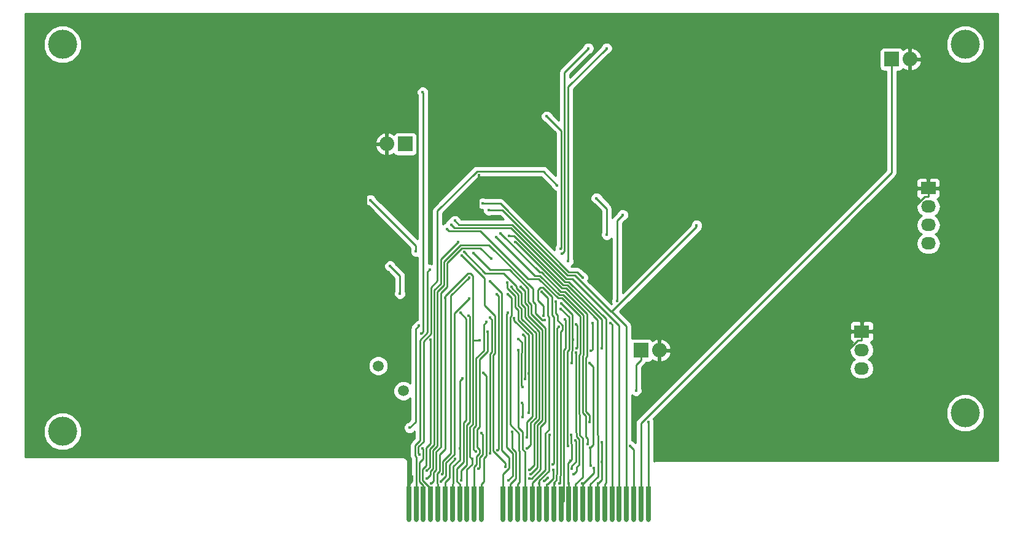
<source format=gbl>
G04 #@! TF.FileFunction,Copper,L2,Bot,Signal*
%FSLAX46Y46*%
G04 Gerber Fmt 4.6, Leading zero omitted, Abs format (unit mm)*
G04 Created by KiCad (PCBNEW 4.0.2+dfsg1-stable) date Sun 02 Jun 2019 14:52:45 CEST*
%MOMM*%
G01*
G04 APERTURE LIST*
%ADD10C,0.100000*%
%ADD11C,0.650000*%
%ADD12O,0.650000X0.650000*%
%ADD13R,0.650000X4.600000*%
%ADD14C,1.500000*%
%ADD15C,4.000000*%
%ADD16R,2.032000X1.727200*%
%ADD17O,2.032000X1.727200*%
%ADD18R,2.032000X2.032000*%
%ADD19O,2.032000X2.032000*%
%ADD20C,0.400000*%
%ADD21C,0.250000*%
%ADD22C,0.254000*%
G04 APERTURE END LIST*
D10*
D11*
X131572000Y-124466000D03*
D12*
X151572000Y-124466000D03*
D13*
X151572000Y-122166000D03*
X131572000Y-122166000D03*
X132572000Y-122166000D03*
X133572000Y-122166000D03*
X134572000Y-122166000D03*
X135572000Y-122166000D03*
X136572000Y-122166000D03*
X137572000Y-122166000D03*
X138572000Y-122166000D03*
X139572000Y-122166000D03*
X140572000Y-122166000D03*
X141572000Y-122166000D03*
X146572000Y-122166000D03*
X147572000Y-122166000D03*
X148572000Y-122166000D03*
X149572000Y-122166000D03*
X150572000Y-122166000D03*
X144572000Y-122166000D03*
X145572000Y-122166000D03*
D12*
X134572000Y-124466000D03*
X135572000Y-124466000D03*
X136572000Y-124466000D03*
X137572000Y-124466000D03*
X138572000Y-124466000D03*
X139572000Y-124466000D03*
X140572000Y-124466000D03*
X146572000Y-124466000D03*
X147572000Y-124466000D03*
X133572000Y-124466000D03*
X145572000Y-124466000D03*
X148572000Y-124466000D03*
X141572000Y-124466000D03*
X144572000Y-124466000D03*
X149572000Y-124466000D03*
X150572000Y-124466000D03*
X132572000Y-124466000D03*
D13*
X152572000Y-122166000D03*
X153572000Y-122166000D03*
X154572000Y-122166000D03*
X155572000Y-122166000D03*
X156572000Y-122166000D03*
X157572000Y-122166000D03*
X158572000Y-122166000D03*
X159572000Y-122166000D03*
X160572000Y-122166000D03*
X161572000Y-122166000D03*
X162572000Y-122166000D03*
X163572000Y-122166000D03*
X164572000Y-122166000D03*
D12*
X152572000Y-124466000D03*
X153572000Y-124466000D03*
X154572000Y-124466000D03*
X155572000Y-124466000D03*
X156572000Y-124466000D03*
X157572000Y-124466000D03*
X158572000Y-124466000D03*
X159572000Y-124466000D03*
X160572000Y-124466000D03*
X161572000Y-124466000D03*
X162572000Y-124466000D03*
X163572000Y-124466000D03*
X164572000Y-124466000D03*
D14*
X130810000Y-106680000D03*
X127359319Y-103229319D03*
D15*
X208280000Y-58928000D03*
X83820000Y-112268000D03*
X208280000Y-109728000D03*
X83820000Y-58928000D03*
D16*
X203200000Y-78740000D03*
D17*
X203200000Y-81280000D03*
X203200000Y-83820000D03*
X203200000Y-86360000D03*
D18*
X198120000Y-60960000D03*
D19*
X200660000Y-60960000D03*
D16*
X194000000Y-98500000D03*
D17*
X194000000Y-101040000D03*
X194000000Y-103580000D03*
D18*
X163576000Y-101092000D03*
D19*
X166116000Y-101092000D03*
D18*
X131064000Y-72644000D03*
D19*
X128524000Y-72644000D03*
D20*
X157660400Y-119452300D03*
X191463800Y-103185000D03*
X145842000Y-112360700D03*
X141292500Y-99698800D03*
X142515600Y-82877400D03*
X141215000Y-76931100D03*
X153957500Y-112720900D03*
X153866100Y-116268500D03*
X150949700Y-112720900D03*
X140270700Y-116083900D03*
X149572000Y-119444500D03*
X158156100Y-113752400D03*
X158212300Y-116496700D03*
X131987000Y-118525600D03*
X153572000Y-119434800D03*
X128787800Y-66764500D03*
X125684500Y-81820000D03*
X136548200Y-93869400D03*
X142754100Y-91583300D03*
X140476400Y-87719900D03*
X148174000Y-118757200D03*
X151461200Y-117586500D03*
X149884200Y-93049900D03*
X151841200Y-94362900D03*
X152354900Y-119455200D03*
X145194700Y-93328400D03*
X134426800Y-89990800D03*
X138693300Y-95904700D03*
X146691400Y-99516900D03*
X147252500Y-106135200D03*
X164572000Y-110935200D03*
X156469900Y-110935200D03*
X144223100Y-84957700D03*
X162100800Y-114277700D03*
X156204800Y-113980100D03*
X143632200Y-85483000D03*
X137914900Y-83236700D03*
X137389500Y-83762700D03*
X146217100Y-86198000D03*
X136795300Y-84351000D03*
X141716600Y-80854400D03*
X155535400Y-91044000D03*
X153104900Y-96814400D03*
X148174100Y-117556400D03*
X139167800Y-87518600D03*
X146996900Y-92339900D03*
X148363500Y-118156800D03*
X150691900Y-118704700D03*
X150208300Y-119118900D03*
X156915300Y-97328500D03*
X156682000Y-101179400D03*
X154594800Y-101414700D03*
X154293600Y-118171800D03*
X147849800Y-114615000D03*
X145711000Y-92304200D03*
X145135200Y-91728400D03*
X147810300Y-113114000D03*
X141541800Y-112491300D03*
X141157000Y-117395700D03*
X143718700Y-93375200D03*
X143788500Y-114827700D03*
X139870200Y-91058000D03*
X136173300Y-118186800D03*
X134633500Y-119399300D03*
X142915600Y-88461800D03*
X138342600Y-86128000D03*
X134002300Y-117696600D03*
X142454000Y-98554200D03*
X147201400Y-108379800D03*
X147243700Y-110273900D03*
X154491700Y-113526100D03*
X154046600Y-117442200D03*
X144861500Y-117118000D03*
X138835800Y-88050700D03*
X146098700Y-96688100D03*
X148089700Y-109668000D03*
X148094400Y-104315000D03*
X151388700Y-116785400D03*
X150155600Y-96310900D03*
X145183200Y-95908600D03*
X145287800Y-118983900D03*
X140796100Y-115031700D03*
X142250100Y-97201200D03*
X142751700Y-96611300D03*
X142747400Y-115272700D03*
X138774100Y-118981000D03*
X139813700Y-96285000D03*
X139843300Y-93934100D03*
X136030200Y-119218800D03*
X150301000Y-96930200D03*
X134061900Y-118739100D03*
X153521000Y-114243700D03*
X152488900Y-95371200D03*
X158152600Y-100770800D03*
X145383500Y-85321400D03*
X147592100Y-105039000D03*
X147292900Y-98920800D03*
X162890400Y-106638300D03*
X131673500Y-111767800D03*
X132952200Y-97704300D03*
X126254700Y-80368900D03*
X132557000Y-87464800D03*
X151629100Y-119461800D03*
X157432700Y-80132800D03*
X158849000Y-85124000D03*
X130341700Y-93250000D03*
X128974800Y-89477600D03*
X156644200Y-116938900D03*
X156499300Y-102817800D03*
X152588400Y-94615400D03*
X154046400Y-102870000D03*
X156542700Y-114540800D03*
X155472600Y-119463100D03*
X146616400Y-101031000D03*
X154220800Y-99622600D03*
X141824700Y-104200500D03*
X152215600Y-97859700D03*
X157092000Y-117348000D03*
X138575100Y-114642900D03*
X133447000Y-114596000D03*
X138913100Y-104943000D03*
X133286300Y-98755000D03*
X133463500Y-65532000D03*
X134544800Y-99619400D03*
X137944200Y-116089100D03*
X133019400Y-115457900D03*
X152025400Y-78335500D03*
X161071200Y-82424600D03*
X160273300Y-94286400D03*
X159371400Y-97325900D03*
X142579400Y-81752600D03*
X171244100Y-83861500D03*
X152463700Y-87119800D03*
X150573300Y-68836500D03*
X153535000Y-88770800D03*
X158837300Y-59449400D03*
X152656700Y-87776400D03*
X156305000Y-59449400D03*
X154630100Y-97525700D03*
X154671100Y-100811500D03*
D21*
X157572000Y-122166000D02*
X157572000Y-119540700D01*
X157660400Y-119452300D02*
X157572000Y-119540700D01*
X191463800Y-101705000D02*
X191463800Y-103185000D01*
X193479900Y-99688900D02*
X191463800Y-101705000D01*
X194000000Y-99688900D02*
X193479900Y-99688900D01*
X200660000Y-75011100D02*
X200660000Y-60960000D01*
X203200000Y-77551100D02*
X200660000Y-75011100D01*
X203200000Y-78740000D02*
X203200000Y-77551100D01*
X194000000Y-99012300D02*
X194000000Y-99688900D01*
X194000000Y-99012300D02*
X194000000Y-98500000D01*
X202679900Y-79928900D02*
X203200000Y-79928900D01*
X194000000Y-88608800D02*
X202679900Y-79928900D01*
X194000000Y-98500000D02*
X194000000Y-88608800D01*
X203200000Y-78740000D02*
X203200000Y-79928900D01*
X145572000Y-122166000D02*
X145572000Y-119540700D01*
X149572000Y-122166000D02*
X149572000Y-119540700D01*
X149572000Y-119444500D02*
X149572000Y-119540700D01*
X131572000Y-122166000D02*
X131572000Y-119540700D01*
X153572000Y-119434800D02*
X153572000Y-122166000D01*
X158207100Y-118905600D02*
X158207100Y-116496700D01*
X157660400Y-119452300D02*
X158207100Y-118905600D01*
X158212300Y-116496700D02*
X158207100Y-116496700D01*
X158156100Y-116445700D02*
X158156100Y-113752400D01*
X158207100Y-116496700D02*
X158156100Y-116445700D01*
X149572000Y-119012300D02*
X149572000Y-119444500D01*
X150863400Y-117720900D02*
X149572000Y-119012300D01*
X150863400Y-112807200D02*
X150863400Y-117720900D01*
X150949700Y-112720900D02*
X150863400Y-112807200D01*
X141157600Y-76988500D02*
X141215000Y-76931100D01*
X141157600Y-81519400D02*
X141157600Y-76988500D01*
X142515600Y-82877400D02*
X141157600Y-81519400D01*
X128524000Y-67028300D02*
X128787800Y-66764500D01*
X128524000Y-72644000D02*
X128524000Y-67028300D01*
X128524000Y-72644000D02*
X128524000Y-73985300D01*
X125684500Y-76824800D02*
X125684500Y-81820000D01*
X128524000Y-73985300D02*
X125684500Y-76824800D01*
X139572000Y-122166000D02*
X139572000Y-119540700D01*
X135572000Y-122166000D02*
X135572000Y-119540700D01*
X131987000Y-119125700D02*
X131987000Y-118525600D01*
X131572000Y-119540700D02*
X131987000Y-119125700D01*
X145842000Y-114623900D02*
X145842000Y-112360700D01*
X146351700Y-115133600D02*
X145842000Y-114623900D01*
X146351700Y-118761000D02*
X146351700Y-115133600D01*
X145572000Y-119540700D02*
X146351700Y-118761000D01*
X153866100Y-116276100D02*
X153866100Y-116268500D01*
X153521300Y-116620900D02*
X153866100Y-116276100D01*
X153521300Y-119384100D02*
X153521300Y-116620900D01*
X153572000Y-119434800D02*
X153521300Y-119384100D01*
X153957500Y-113919800D02*
X153957500Y-112720900D01*
X154048000Y-114010300D02*
X153957500Y-113919800D01*
X154048000Y-116094200D02*
X154048000Y-114010300D01*
X153873700Y-116268500D02*
X154048000Y-116094200D01*
X153866100Y-116268500D02*
X153873700Y-116268500D01*
X136548200Y-114687100D02*
X136548200Y-93869400D01*
X135796400Y-115438900D02*
X136548200Y-114687100D01*
X135796400Y-117750800D02*
X135796400Y-115438900D01*
X135504800Y-118042400D02*
X135796400Y-117750800D01*
X135504800Y-119473500D02*
X135504800Y-118042400D01*
X135572000Y-119540700D02*
X135504800Y-119473500D01*
X140270700Y-116795900D02*
X140270700Y-116083900D01*
X139572000Y-117494600D02*
X140270700Y-116795900D01*
X139572000Y-119540700D02*
X139572000Y-117494600D01*
X140398700Y-111287500D02*
X140398700Y-99698800D01*
X140008000Y-111678200D02*
X140398700Y-111287500D01*
X140008000Y-115821200D02*
X140008000Y-111678200D01*
X140270700Y-116083900D02*
X140008000Y-115821200D01*
X136548200Y-93628800D02*
X136548200Y-93869400D01*
X139703300Y-90473700D02*
X136548200Y-93628800D01*
X140028900Y-90473700D02*
X139703300Y-90473700D01*
X140398700Y-90843500D02*
X140028900Y-90473700D01*
X140398700Y-99698800D02*
X140398700Y-90843500D01*
X141292500Y-99698800D02*
X140398700Y-99698800D01*
X144364900Y-93194100D02*
X142754100Y-91583300D01*
X144364900Y-114853300D02*
X144364900Y-93194100D01*
X145397100Y-115885500D02*
X144364900Y-114853300D01*
X145397100Y-117354800D02*
X145397100Y-115885500D01*
X144572000Y-118179900D02*
X145397100Y-117354800D01*
X144572000Y-122166000D02*
X144572000Y-118179900D01*
X150572000Y-122166000D02*
X150572000Y-119540700D01*
X150689500Y-119540700D02*
X150572000Y-119540700D01*
X151461200Y-118769000D02*
X150689500Y-119540700D01*
X151461200Y-117586500D02*
X151461200Y-118769000D01*
X148506100Y-118757200D02*
X148174000Y-118757200D01*
X149733700Y-117529600D02*
X148506100Y-118757200D01*
X149733700Y-111618100D02*
X149733700Y-117529600D01*
X150420900Y-110930900D02*
X149733700Y-111618100D01*
X150420900Y-98041600D02*
X150420900Y-110930900D01*
X148455000Y-96075700D02*
X150420900Y-98041600D01*
X148455000Y-94806000D02*
X148455000Y-96075700D01*
X148004700Y-94355700D02*
X148455000Y-94806000D01*
X148004700Y-92581000D02*
X148004700Y-94355700D01*
X145433300Y-90009600D02*
X148004700Y-92581000D01*
X142766100Y-90009600D02*
X145433300Y-90009600D01*
X140476400Y-87719900D02*
X142766100Y-90009600D01*
X148572000Y-122166000D02*
X148572000Y-119540700D01*
X150712400Y-93878100D02*
X149884200Y-93049900D01*
X150712400Y-96307200D02*
X150712400Y-93878100D01*
X150886000Y-96480800D02*
X150712400Y-96307200D01*
X150886000Y-112041700D02*
X150886000Y-96480800D01*
X150413100Y-112514600D02*
X150886000Y-112041700D01*
X150413100Y-117534300D02*
X150413100Y-112514600D01*
X148572100Y-119375300D02*
X150413100Y-117534300D01*
X148572100Y-119540700D02*
X148572100Y-119375300D01*
X148572000Y-119540700D02*
X148572100Y-119540700D01*
X152401600Y-119408500D02*
X152354900Y-119455200D01*
X152401600Y-118384900D02*
X152401600Y-119408500D01*
X152490600Y-118295900D02*
X152401600Y-118384900D01*
X152490600Y-98540800D02*
X152490600Y-118295900D01*
X152740900Y-98290500D02*
X152490600Y-98540800D01*
X152740900Y-97642000D02*
X152740900Y-98290500D01*
X152035400Y-96936500D02*
X152740900Y-97642000D01*
X152035400Y-96217500D02*
X152035400Y-96936500D01*
X151841200Y-96023300D02*
X152035400Y-96217500D01*
X151841200Y-94362900D02*
X151841200Y-96023300D01*
X146572000Y-122166000D02*
X146572000Y-119540700D01*
X145749500Y-93883200D02*
X145194700Y-93328400D01*
X145749500Y-96294400D02*
X145749500Y-93883200D01*
X145531800Y-96512100D02*
X145749500Y-96294400D01*
X145531800Y-111307500D02*
X145531800Y-96512100D01*
X146775000Y-112550700D02*
X145531800Y-111307500D01*
X146775000Y-114920000D02*
X146775000Y-112550700D01*
X146827900Y-114972900D02*
X146775000Y-114920000D01*
X146827900Y-119284800D02*
X146827900Y-114972900D01*
X146572000Y-119540700D02*
X146827900Y-119284800D01*
X132572000Y-115753400D02*
X132572000Y-122166000D01*
X132423700Y-115605100D02*
X132572000Y-115753400D01*
X132423700Y-114176700D02*
X132423700Y-115605100D01*
X133113000Y-113487400D02*
X132423700Y-114176700D01*
X133113000Y-99671400D02*
X133113000Y-113487400D01*
X134163300Y-98621100D02*
X133113000Y-99671400D01*
X134163300Y-90254300D02*
X134163300Y-98621100D01*
X134426800Y-89990800D02*
X134163300Y-90254300D01*
X138206100Y-119174800D02*
X138572000Y-119540700D01*
X138206100Y-117361400D02*
X138206100Y-119174800D01*
X139107400Y-116460100D02*
X138206100Y-117361400D01*
X139107400Y-111079700D02*
X139107400Y-116460100D01*
X139498100Y-110689000D02*
X139107400Y-111079700D01*
X139498100Y-96732700D02*
X139498100Y-110689000D01*
X138693300Y-95927900D02*
X139498100Y-96732700D01*
X138693300Y-95904700D02*
X138693300Y-95927900D01*
X138572000Y-122166000D02*
X138572000Y-119540700D01*
X147141700Y-99967200D02*
X146691400Y-99516900D01*
X147141700Y-101384800D02*
X147141700Y-99967200D01*
X147066700Y-101459800D02*
X147141700Y-101384800D01*
X147066700Y-105949400D02*
X147066700Y-101459800D01*
X147252500Y-106135200D02*
X147066700Y-105949400D01*
X164572000Y-122166000D02*
X164572000Y-110935200D01*
X149604000Y-90338600D02*
X144223100Y-84957700D01*
X149833900Y-90338600D02*
X149604000Y-90338600D01*
X152497900Y-93002600D02*
X149833900Y-90338600D01*
X153058000Y-93002600D02*
X152497900Y-93002600D01*
X156097000Y-96041600D02*
X153058000Y-93002600D01*
X156097000Y-101929300D02*
X156097000Y-96041600D01*
X155973900Y-102052400D02*
X156097000Y-101929300D01*
X155973900Y-109528700D02*
X155973900Y-102052400D01*
X156469900Y-110024700D02*
X155973900Y-109528700D01*
X156469900Y-110935200D02*
X156469900Y-110024700D01*
X162572000Y-114748900D02*
X162100800Y-114277700D01*
X162572000Y-122166000D02*
X162572000Y-114748900D01*
X148938100Y-90788900D02*
X143632200Y-85483000D01*
X149647300Y-90788900D02*
X148938100Y-90788900D01*
X152311300Y-93452900D02*
X149647300Y-90788900D01*
X152871400Y-93452900D02*
X152311300Y-93452900D01*
X155646700Y-96228200D02*
X152871400Y-93452900D01*
X155646700Y-101742700D02*
X155646700Y-96228200D01*
X155523600Y-101865800D02*
X155646700Y-101742700D01*
X155523600Y-109715300D02*
X155523600Y-101865800D01*
X155944500Y-110136200D02*
X155523600Y-109715300D01*
X155944500Y-112960100D02*
X155944500Y-110136200D01*
X156204800Y-113220400D02*
X155944500Y-112960100D01*
X156204800Y-113980100D02*
X156204800Y-113220400D01*
X160572000Y-97708500D02*
X160572000Y-122166000D01*
X154064900Y-91201400D02*
X160572000Y-97708500D01*
X153244300Y-91201400D02*
X154064900Y-91201400D01*
X145794300Y-83751400D02*
X153244300Y-91201400D01*
X138429600Y-83751400D02*
X145794300Y-83751400D01*
X137914900Y-83236700D02*
X138429600Y-83751400D01*
X158572000Y-122166000D02*
X158572000Y-119540700D01*
X158737600Y-119375100D02*
X158572000Y-119540700D01*
X158737600Y-96771500D02*
X158737600Y-119375100D01*
X153617800Y-91651700D02*
X158737600Y-96771500D01*
X153057700Y-91651700D02*
X153617800Y-91651700D01*
X145607700Y-84201700D02*
X153057700Y-91651700D01*
X137828500Y-84201700D02*
X145607700Y-84201700D01*
X137389500Y-83762700D02*
X137828500Y-84201700D01*
X156572000Y-122166000D02*
X156572000Y-119540700D01*
X157630700Y-118482000D02*
X156572000Y-119540700D01*
X157630700Y-112840200D02*
X157630700Y-118482000D01*
X157578000Y-112787500D02*
X157630700Y-112840200D01*
X157578000Y-96885700D02*
X157578000Y-112787500D01*
X153244600Y-92552300D02*
X157578000Y-96885700D01*
X152684500Y-92552300D02*
X153244600Y-92552300D01*
X146330200Y-86198000D02*
X152684500Y-92552300D01*
X146217100Y-86198000D02*
X146330200Y-86198000D01*
X154572000Y-122166000D02*
X154572000Y-119540700D01*
X137096300Y-84652000D02*
X136795300Y-84351000D01*
X141432300Y-84652000D02*
X137096300Y-84652000D01*
X148019500Y-91239200D02*
X141432300Y-84652000D01*
X149460700Y-91239200D02*
X148019500Y-91239200D01*
X152124700Y-93903200D02*
X149460700Y-91239200D01*
X152684800Y-93903200D02*
X152124700Y-93903200D01*
X155196400Y-96414800D02*
X152684800Y-93903200D01*
X155196400Y-101556100D02*
X155196400Y-96414800D01*
X155045100Y-101707400D02*
X155196400Y-101556100D01*
X155045100Y-109873700D02*
X155045100Y-101707400D01*
X155156500Y-109985100D02*
X155045100Y-109873700D01*
X155156500Y-112809000D02*
X155156500Y-109985100D01*
X155538300Y-113190800D02*
X155156500Y-112809000D01*
X155538300Y-118574400D02*
X155538300Y-113190800D01*
X154572000Y-119540700D02*
X155538300Y-118574400D01*
X154792200Y-90300800D02*
X155535400Y-91044000D01*
X153617500Y-90300800D02*
X154792200Y-90300800D01*
X144171100Y-80854400D02*
X153617500Y-90300800D01*
X141716600Y-80854400D02*
X144171100Y-80854400D01*
X152880300Y-121857700D02*
X152572000Y-122166000D01*
X152880300Y-118543100D02*
X152880300Y-121857700D01*
X152963000Y-118460400D02*
X152880300Y-118543100D01*
X152963000Y-101029800D02*
X152963000Y-118460400D01*
X153191200Y-100801600D02*
X152963000Y-101029800D01*
X153191200Y-96900700D02*
X153191200Y-100801600D01*
X153104900Y-96814400D02*
X153191200Y-96900700D01*
X142109100Y-90459900D02*
X139167800Y-87518600D01*
X144609900Y-90459900D02*
X142109100Y-90459900D01*
X146418900Y-92268900D02*
X144609900Y-90459900D01*
X146418900Y-92535700D02*
X146418900Y-92268900D01*
X147104100Y-93220900D02*
X146418900Y-92535700D01*
X147104100Y-94729000D02*
X147104100Y-93220900D01*
X147554400Y-95179300D02*
X147104100Y-94729000D01*
X147554400Y-96528500D02*
X147554400Y-95179300D01*
X149520300Y-98494400D02*
X147554400Y-96528500D01*
X149520300Y-110557700D02*
X149520300Y-98494400D01*
X148833100Y-111244900D02*
X149520300Y-110557700D01*
X148833100Y-116897400D02*
X148833100Y-111244900D01*
X148174100Y-117556400D02*
X148833100Y-116897400D01*
X150622500Y-118704700D02*
X150691900Y-118704700D01*
X150208300Y-119118900D02*
X150622500Y-118704700D01*
X149283400Y-117236900D02*
X148363500Y-118156800D01*
X149283400Y-111431500D02*
X149283400Y-117236900D01*
X149970600Y-110744300D02*
X149283400Y-111431500D01*
X149970600Y-98307700D02*
X149970600Y-110744300D01*
X148004700Y-96341800D02*
X149970600Y-98307700D01*
X148004700Y-94992700D02*
X148004700Y-96341800D01*
X147554400Y-94542400D02*
X148004700Y-94992700D01*
X147554400Y-92897400D02*
X147554400Y-94542400D01*
X146996900Y-92339900D02*
X147554400Y-92897400D01*
X156915300Y-100946100D02*
X156682000Y-101179400D01*
X156915300Y-97328500D02*
X156915300Y-100946100D01*
X154594800Y-112401000D02*
X154594800Y-101414700D01*
X154692300Y-112498500D02*
X154594800Y-112401000D01*
X154692300Y-112981800D02*
X154692300Y-112498500D01*
X155076700Y-113366200D02*
X154692300Y-112981800D01*
X155076700Y-116839600D02*
X155076700Y-113366200D01*
X154692300Y-117224000D02*
X155076700Y-116839600D01*
X154692300Y-117773100D02*
X154692300Y-117224000D01*
X154293600Y-118171800D02*
X154692300Y-117773100D01*
X148382800Y-114082000D02*
X147849800Y-114615000D01*
X148382800Y-111058300D02*
X148382800Y-114082000D01*
X149070000Y-110371100D02*
X148382800Y-111058300D01*
X149070000Y-98681000D02*
X149070000Y-110371100D01*
X147104100Y-96715100D02*
X149070000Y-98681000D01*
X147104100Y-95365900D02*
X147104100Y-96715100D01*
X146653800Y-94915600D02*
X147104100Y-95365900D01*
X146653800Y-93407500D02*
X146653800Y-94915600D01*
X145711000Y-92464700D02*
X146653800Y-93407500D01*
X145711000Y-92304200D02*
X145711000Y-92464700D01*
X147810300Y-110993900D02*
X147810300Y-113114000D01*
X148619700Y-110184500D02*
X147810300Y-110993900D01*
X148619700Y-98867600D02*
X148619700Y-110184500D01*
X146653800Y-96901700D02*
X148619700Y-98867600D01*
X146653800Y-95552500D02*
X146653800Y-96901700D01*
X146203500Y-95102200D02*
X146653800Y-95552500D01*
X146203500Y-93594100D02*
X146203500Y-95102200D01*
X145135200Y-92525800D02*
X146203500Y-93594100D01*
X145135200Y-91728400D02*
X145135200Y-92525800D01*
X141321400Y-117231300D02*
X141157000Y-117395700D01*
X141321400Y-115886300D02*
X141321400Y-117231300D01*
X141771700Y-115436000D02*
X141321400Y-115886300D01*
X141771700Y-112721200D02*
X141771700Y-115436000D01*
X141541800Y-112491300D02*
X141771700Y-112721200D01*
X143914600Y-93571100D02*
X143718700Y-93375200D01*
X143914600Y-114701600D02*
X143914600Y-93571100D01*
X143788500Y-114827700D02*
X143914600Y-114701600D01*
X136255700Y-118104400D02*
X136173300Y-118186800D01*
X136255700Y-116397500D02*
X136255700Y-118104400D01*
X137365900Y-115287300D02*
X136255700Y-116397500D01*
X137365900Y-93562300D02*
X137365900Y-115287300D01*
X139870200Y-91058000D02*
X137365900Y-93562300D01*
X141447100Y-86993300D02*
X142915600Y-88461800D01*
X138908700Y-86993300D02*
X141447100Y-86993300D01*
X136871400Y-89030600D02*
X138908700Y-86993300D01*
X136871400Y-92312500D02*
X136871400Y-89030600D01*
X135970800Y-93213100D02*
X136871400Y-92312500D01*
X135970800Y-114441100D02*
X135970800Y-93213100D01*
X135346100Y-115065800D02*
X135970800Y-114441100D01*
X135346100Y-117564200D02*
X135346100Y-115065800D01*
X134977900Y-117932400D02*
X135346100Y-117564200D01*
X134977900Y-119054900D02*
X134977900Y-117932400D01*
X134633500Y-119399300D02*
X134977900Y-119054900D01*
X135970800Y-88499800D02*
X138342600Y-86128000D01*
X135970800Y-91903200D02*
X135970800Y-88499800D01*
X135070200Y-92803800D02*
X135970800Y-91903200D01*
X135070200Y-114067900D02*
X135070200Y-92803800D01*
X134445500Y-114692600D02*
X135070200Y-114067900D01*
X134445500Y-115099700D02*
X134445500Y-114692600D01*
X134445400Y-115099800D02*
X134445500Y-115099700D01*
X134445400Y-117191100D02*
X134445400Y-115099800D01*
X134002300Y-117634200D02*
X134445400Y-117191100D01*
X134002300Y-117696600D02*
X134002300Y-117634200D01*
X140572000Y-122166000D02*
X140572000Y-119540700D01*
X142454000Y-101199300D02*
X142454000Y-98554200D01*
X141299300Y-102354000D02*
X142454000Y-101199300D01*
X141299300Y-111660700D02*
X141299300Y-102354000D01*
X140968300Y-111991700D02*
X141299300Y-111660700D01*
X140968300Y-114460900D02*
X140968300Y-111991700D01*
X141321400Y-114814000D02*
X140968300Y-114460900D01*
X141321400Y-115249400D02*
X141321400Y-114814000D01*
X140871200Y-115699600D02*
X141321400Y-115249400D01*
X140871100Y-115699600D02*
X140871200Y-115699600D01*
X140871100Y-116832400D02*
X140871100Y-115699600D01*
X140572000Y-117131500D02*
X140871100Y-116832400D01*
X140572000Y-119540700D02*
X140572000Y-117131500D01*
X147243700Y-108422100D02*
X147201400Y-108379800D01*
X147243700Y-110273900D02*
X147243700Y-108422100D01*
X154579700Y-113614100D02*
X154491700Y-113526100D01*
X154579700Y-116474400D02*
X154579700Y-113614100D01*
X154046600Y-117007500D02*
X154579700Y-116474400D01*
X154046600Y-117442200D02*
X154046600Y-117007500D01*
X141971800Y-91186700D02*
X138835800Y-88050700D01*
X141971800Y-94841700D02*
X141971800Y-91186700D01*
X143464300Y-96334200D02*
X141971800Y-94841700D01*
X143464300Y-101462800D02*
X143464300Y-96334200D01*
X143208000Y-101719100D02*
X143464300Y-101462800D01*
X143208000Y-114990300D02*
X143208000Y-101719100D01*
X144861500Y-116643800D02*
X143208000Y-114990300D01*
X144861500Y-117118000D02*
X144861500Y-116643800D01*
X148117400Y-109640300D02*
X148089700Y-109668000D01*
X148117400Y-104338000D02*
X148117400Y-109640300D01*
X148094400Y-104315000D02*
X148117400Y-104338000D01*
X146098700Y-96983500D02*
X146098700Y-96688100D01*
X148094400Y-98979200D02*
X146098700Y-96983500D01*
X148094400Y-104315000D02*
X148094400Y-98979200D01*
X150155600Y-95007700D02*
X150155600Y-96310900D01*
X149355600Y-94207700D02*
X150155600Y-95007700D01*
X149355600Y-92792800D02*
X149355600Y-94207700D01*
X149682600Y-92465800D02*
X149355600Y-92792800D01*
X150050400Y-92465800D02*
X149682600Y-92465800D01*
X151315900Y-93731300D02*
X150050400Y-92465800D01*
X151315900Y-96273800D02*
X151315900Y-93731300D01*
X151530800Y-96488700D02*
X151315900Y-96273800D01*
X151530800Y-116643300D02*
X151530800Y-96488700D01*
X151388700Y-116785400D02*
X151530800Y-116643300D01*
X145024700Y-96067100D02*
X145183200Y-95908600D01*
X145024700Y-114443500D02*
X145024700Y-96067100D01*
X145897900Y-115316700D02*
X145024700Y-114443500D01*
X145897900Y-118373800D02*
X145897900Y-115316700D01*
X145287800Y-118983900D02*
X145897900Y-118373800D01*
X141892600Y-97558700D02*
X142250100Y-97201200D01*
X141892600Y-101123800D02*
X141892600Y-97558700D01*
X140849000Y-102167400D02*
X141892600Y-101123800D01*
X140849000Y-111474100D02*
X140849000Y-102167400D01*
X140518000Y-111805100D02*
X140849000Y-111474100D01*
X140518000Y-114753600D02*
X140518000Y-111805100D01*
X140796100Y-115031700D02*
X140518000Y-114753600D01*
X143014000Y-96873600D02*
X142751700Y-96611300D01*
X143014000Y-101276200D02*
X143014000Y-96873600D01*
X142747400Y-101542800D02*
X143014000Y-101276200D01*
X142747400Y-115272700D02*
X142747400Y-101542800D01*
X139948400Y-96419700D02*
X139813700Y-96285000D01*
X139948400Y-110981900D02*
X139948400Y-96419700D01*
X139557700Y-111372600D02*
X139948400Y-110981900D01*
X139557700Y-116872000D02*
X139557700Y-111372600D01*
X138774100Y-117655600D02*
X139557700Y-116872000D01*
X138774100Y-118981000D02*
X138774100Y-117655600D01*
X137816300Y-95961100D02*
X139843300Y-93934100D01*
X137816300Y-115473800D02*
X137816300Y-95961100D01*
X136706100Y-116584000D02*
X137816300Y-115473800D01*
X136706100Y-118452900D02*
X136706100Y-116584000D01*
X136030200Y-119128800D02*
X136706100Y-118452900D01*
X136030200Y-119218800D02*
X136030200Y-119128800D01*
X149989300Y-96930200D02*
X150301000Y-96930200D01*
X149013100Y-95954000D02*
X149989300Y-96930200D01*
X149013100Y-94727200D02*
X149013100Y-95954000D01*
X148667300Y-94381400D02*
X149013100Y-94727200D01*
X148667300Y-92606600D02*
X148667300Y-94381400D01*
X142603700Y-86543000D02*
X148667300Y-92606600D01*
X138722100Y-86543000D02*
X142603700Y-86543000D01*
X136421100Y-88844000D02*
X138722100Y-86543000D01*
X136421100Y-92089800D02*
X136421100Y-88844000D01*
X135520500Y-92990400D02*
X136421100Y-92089800D01*
X135520500Y-114254500D02*
X135520500Y-92990400D01*
X134895800Y-114879200D02*
X135520500Y-114254500D01*
X134895800Y-115286300D02*
X134895800Y-114879200D01*
X134895700Y-115286400D02*
X134895800Y-115286300D01*
X134895700Y-117377700D02*
X134895700Y-115286400D01*
X134527600Y-117745800D02*
X134895700Y-117377700D01*
X134527600Y-118273400D02*
X134527600Y-117745800D01*
X134061900Y-118739100D02*
X134527600Y-118273400D01*
X153423600Y-114146300D02*
X153521000Y-114243700D01*
X153423600Y-101206100D02*
X153423600Y-114146300D01*
X153641500Y-100988200D02*
X153423600Y-101206100D01*
X153641500Y-96523800D02*
X153641500Y-100988200D01*
X152488900Y-95371200D02*
X153641500Y-96523800D01*
X158152600Y-96823400D02*
X158152600Y-100770800D01*
X153431200Y-92102000D02*
X158152600Y-96823400D01*
X152871100Y-92102000D02*
X153431200Y-92102000D01*
X146090500Y-85321400D02*
X152871100Y-92102000D01*
X145383500Y-85321400D02*
X146090500Y-85321400D01*
X147569100Y-105016000D02*
X147592100Y-105039000D01*
X147569100Y-104097400D02*
X147569100Y-105016000D01*
X147592100Y-104074400D02*
X147569100Y-104097400D01*
X147592100Y-99220000D02*
X147592100Y-104074400D01*
X147292900Y-98920800D02*
X147592100Y-99220000D01*
X162890400Y-103118900D02*
X163576000Y-102433300D01*
X162890400Y-106638300D02*
X162890400Y-103118900D01*
X163576000Y-101092000D02*
X163576000Y-102433300D01*
X132501900Y-98154600D02*
X132952200Y-97704300D01*
X132501900Y-110939400D02*
X132501900Y-98154600D01*
X131673500Y-111767800D02*
X132501900Y-110939400D01*
X132557000Y-86671200D02*
X126254700Y-80368900D01*
X132557000Y-87464800D02*
X132557000Y-86671200D01*
X158849000Y-81549100D02*
X157432700Y-80132800D01*
X158849000Y-85124000D02*
X158849000Y-81549100D01*
X130341700Y-90844500D02*
X130341700Y-93250000D01*
X128974800Y-89477600D02*
X130341700Y-90844500D01*
X155572000Y-122166000D02*
X155572000Y-119540700D01*
X147572000Y-122166000D02*
X147572000Y-119540700D01*
X141572000Y-122166000D02*
X141572000Y-119540700D01*
X151572000Y-119518900D02*
X151629100Y-119461800D01*
X151572000Y-122166000D02*
X151572000Y-119518900D01*
X155550200Y-119540700D02*
X155472600Y-119463100D01*
X155572000Y-119540700D02*
X155550200Y-119540700D01*
X157092000Y-118020700D02*
X155572000Y-119540700D01*
X157092000Y-117348000D02*
X157092000Y-118020700D01*
X154145700Y-99622600D02*
X154220800Y-99622600D01*
X154091800Y-96118800D02*
X152588400Y-94615400D01*
X154091800Y-99568700D02*
X154091800Y-96118800D01*
X154145700Y-99622600D02*
X154091800Y-99568700D01*
X152021300Y-98054000D02*
X152215600Y-97859700D01*
X152021300Y-118128300D02*
X152021300Y-98054000D01*
X151926900Y-118222700D02*
X152021300Y-118128300D01*
X151926900Y-118940200D02*
X151926900Y-118222700D01*
X151629100Y-119238000D02*
X151926900Y-118940200D01*
X151629100Y-119461800D02*
X151629100Y-119238000D01*
X146616400Y-111755200D02*
X146616400Y-101031000D01*
X147225300Y-112364100D02*
X146616400Y-111755200D01*
X147225300Y-114733400D02*
X147225300Y-112364100D01*
X147572000Y-115080100D02*
X147225300Y-114733400D01*
X147572000Y-119540700D02*
X147572000Y-115080100D01*
X154046400Y-101220200D02*
X154046400Y-102870000D01*
X154145700Y-101120900D02*
X154046400Y-101220200D01*
X154145700Y-99622600D02*
X154145700Y-101120900D01*
X156995200Y-103313700D02*
X156499300Y-102817800D01*
X156995200Y-114088300D02*
X156995200Y-103313700D01*
X156542700Y-114540800D02*
X156995200Y-114088300D01*
X156542700Y-116837400D02*
X156644200Y-116938900D01*
X156542700Y-114540800D02*
X156542700Y-116837400D01*
X137572000Y-122166000D02*
X137572000Y-119540700D01*
X133544700Y-114693700D02*
X133447000Y-114596000D01*
X133544700Y-116040200D02*
X133544700Y-114693700D01*
X133026500Y-116558400D02*
X133544700Y-116040200D01*
X133026500Y-119172300D02*
X133026500Y-116558400D01*
X133572000Y-119717800D02*
X133026500Y-119172300D01*
X133572000Y-122166000D02*
X133572000Y-119717800D01*
X138575100Y-116201200D02*
X138575100Y-114642900D01*
X137699000Y-117077300D02*
X138575100Y-116201200D01*
X137699000Y-119413700D02*
X137699000Y-117077300D01*
X137572000Y-119540700D02*
X137699000Y-119413700D01*
X142222000Y-104597800D02*
X141824700Y-104200500D01*
X142222000Y-115622600D02*
X142222000Y-104597800D01*
X141899700Y-115944900D02*
X142222000Y-115622600D01*
X141899700Y-119213000D02*
X141899700Y-115944900D01*
X141572000Y-119540700D02*
X141899700Y-119213000D01*
X138575100Y-105281000D02*
X138913100Y-104943000D01*
X138575100Y-114642900D02*
X138575100Y-105281000D01*
X198120000Y-76605100D02*
X198120000Y-60960000D01*
X163572000Y-111153100D02*
X198120000Y-76605100D01*
X163572000Y-122166000D02*
X163572000Y-111153100D01*
X133499900Y-98541400D02*
X133286300Y-98755000D01*
X133499900Y-65568400D02*
X133499900Y-98541400D01*
X133463500Y-65532000D02*
X133499900Y-65568400D01*
X134544800Y-113956400D02*
X134544800Y-99619400D01*
X133995100Y-114506100D02*
X134544800Y-113956400D01*
X133995100Y-116960900D02*
X133995100Y-114506100D01*
X133476900Y-117479100D02*
X133995100Y-116960900D01*
X133476900Y-118985800D02*
X133476900Y-117479100D01*
X134572000Y-120080900D02*
X133476900Y-118985800D01*
X134572000Y-122166000D02*
X134572000Y-120080900D01*
X132874000Y-115312500D02*
X133019400Y-115457900D01*
X132874000Y-114363300D02*
X132874000Y-115312500D01*
X133579200Y-113658100D02*
X132874000Y-114363300D01*
X133579200Y-99842100D02*
X133579200Y-113658100D01*
X134619900Y-98801400D02*
X133579200Y-99842100D01*
X134619900Y-92392200D02*
X134619900Y-98801400D01*
X135520500Y-91491600D02*
X134619900Y-92392200D01*
X135520500Y-81832100D02*
X135520500Y-91491600D01*
X140954100Y-76398500D02*
X135520500Y-81832100D01*
X150088400Y-76398500D02*
X140954100Y-76398500D01*
X152025400Y-78335500D02*
X150088400Y-76398500D01*
X137156500Y-116876800D02*
X137944200Y-116089100D01*
X137156500Y-118639400D02*
X137156500Y-116876800D01*
X136572000Y-119223900D02*
X137156500Y-118639400D01*
X136572000Y-122166000D02*
X136572000Y-119223900D01*
X160273300Y-83222500D02*
X161071200Y-82424600D01*
X160273300Y-94286400D02*
X160273300Y-83222500D01*
X159572000Y-97526500D02*
X159371400Y-97325900D01*
X159572000Y-122166000D02*
X159572000Y-97526500D01*
X161572000Y-122166000D02*
X161572000Y-119540700D01*
X161572000Y-97780700D02*
X161572000Y-119540700D01*
X159547000Y-95755700D02*
X161572000Y-97780700D01*
X171244100Y-84058600D02*
X171244100Y-83861500D01*
X159547000Y-95755700D02*
X171244100Y-84058600D01*
X159466600Y-95755700D02*
X159547000Y-95755700D01*
X154462000Y-90751100D02*
X159466600Y-95755700D01*
X153430900Y-90751100D02*
X154462000Y-90751100D01*
X144432400Y-81752600D02*
X153430900Y-90751100D01*
X142579400Y-81752600D02*
X144432400Y-81752600D01*
X152550700Y-87032800D02*
X152463700Y-87119800D01*
X152550700Y-70813900D02*
X152550700Y-87032800D01*
X150573300Y-68836500D02*
X152550700Y-70813900D01*
X153535000Y-64751700D02*
X153535000Y-88770800D01*
X158837300Y-59449400D02*
X153535000Y-64751700D01*
X153001000Y-62753400D02*
X156305000Y-59449400D01*
X153001000Y-87432100D02*
X153001000Y-62753400D01*
X152656700Y-87776400D02*
X153001000Y-87432100D01*
X154746100Y-97641700D02*
X154630100Y-97525700D01*
X154746100Y-100736500D02*
X154746100Y-97641700D01*
X154671100Y-100811500D02*
X154746100Y-100736500D01*
D22*
G36*
X153599560Y-122313000D02*
X153544440Y-122313000D01*
X153544440Y-122205422D01*
X153582448Y-122148539D01*
X153599560Y-122062512D01*
X153599560Y-122313000D01*
X153599560Y-122313000D01*
G37*
X153599560Y-122313000D02*
X153544440Y-122313000D01*
X153544440Y-122205422D01*
X153582448Y-122148539D01*
X153599560Y-122062512D01*
X153599560Y-122313000D01*
G36*
X149599560Y-122313000D02*
X149544440Y-122313000D01*
X149544440Y-122019000D01*
X149599560Y-122019000D01*
X149599560Y-122313000D01*
X149599560Y-122313000D01*
G37*
X149599560Y-122313000D02*
X149544440Y-122313000D01*
X149544440Y-122019000D01*
X149599560Y-122019000D01*
X149599560Y-122313000D01*
G36*
X145599560Y-122313000D02*
X145544440Y-122313000D01*
X145544440Y-122019000D01*
X145599560Y-122019000D01*
X145599560Y-122313000D01*
X145599560Y-122313000D01*
G37*
X145599560Y-122313000D02*
X145544440Y-122313000D01*
X145544440Y-122019000D01*
X145599560Y-122019000D01*
X145599560Y-122313000D01*
G36*
X139599560Y-122313000D02*
X139544440Y-122313000D01*
X139544440Y-122019000D01*
X139599560Y-122019000D01*
X139599560Y-122313000D01*
X139599560Y-122313000D01*
G37*
X139599560Y-122313000D02*
X139544440Y-122313000D01*
X139544440Y-122019000D01*
X139599560Y-122019000D01*
X139599560Y-122313000D01*
G36*
X135599560Y-122313000D02*
X135544440Y-122313000D01*
X135544440Y-122019000D01*
X135599560Y-122019000D01*
X135599560Y-122313000D01*
X135599560Y-122313000D01*
G37*
X135599560Y-122313000D02*
X135544440Y-122313000D01*
X135544440Y-122019000D01*
X135599560Y-122019000D01*
X135599560Y-122313000D01*
G36*
X157599560Y-122313000D02*
X157544440Y-122313000D01*
X157544440Y-122019000D01*
X157599560Y-122019000D01*
X157599560Y-122313000D01*
X157599560Y-122313000D01*
G37*
X157599560Y-122313000D02*
X157544440Y-122313000D01*
X157544440Y-122019000D01*
X157599560Y-122019000D01*
X157599560Y-122313000D01*
G36*
X212815000Y-116315000D02*
X165500000Y-116315000D01*
X165332000Y-116348418D01*
X165332000Y-111282291D01*
X165406855Y-111102021D01*
X165407145Y-110769837D01*
X165296894Y-110503008D01*
X165550068Y-110249834D01*
X205644543Y-110249834D01*
X206044853Y-111218658D01*
X206785443Y-111960542D01*
X207753567Y-112362542D01*
X208801834Y-112363457D01*
X209770658Y-111963147D01*
X210512542Y-111222557D01*
X210914542Y-110254433D01*
X210915457Y-109206166D01*
X210515147Y-108237342D01*
X209774557Y-107495458D01*
X208806433Y-107093458D01*
X207758166Y-107092543D01*
X206789342Y-107492853D01*
X206047458Y-108233443D01*
X205645458Y-109201567D01*
X205644543Y-110249834D01*
X165550068Y-110249834D01*
X174759902Y-101040000D01*
X192316655Y-101040000D01*
X192430729Y-101613489D01*
X192755585Y-102099670D01*
X193070366Y-102310000D01*
X192755585Y-102520330D01*
X192430729Y-103006511D01*
X192316655Y-103580000D01*
X192430729Y-104153489D01*
X192755585Y-104639670D01*
X193241766Y-104964526D01*
X193815255Y-105078600D01*
X194184745Y-105078600D01*
X194758234Y-104964526D01*
X195244415Y-104639670D01*
X195569271Y-104153489D01*
X195683345Y-103580000D01*
X195569271Y-103006511D01*
X195244415Y-102520330D01*
X194929634Y-102310000D01*
X195244415Y-102099670D01*
X195569271Y-101613489D01*
X195683345Y-101040000D01*
X195569271Y-100466511D01*
X195244415Y-99980330D01*
X195222220Y-99965500D01*
X195375698Y-99901927D01*
X195554327Y-99723299D01*
X195651000Y-99489910D01*
X195651000Y-98785750D01*
X195492250Y-98627000D01*
X194127000Y-98627000D01*
X194127000Y-98647000D01*
X193873000Y-98647000D01*
X193873000Y-98627000D01*
X192507750Y-98627000D01*
X192349000Y-98785750D01*
X192349000Y-99489910D01*
X192445673Y-99723299D01*
X192624302Y-99901927D01*
X192777780Y-99965500D01*
X192755585Y-99980330D01*
X192430729Y-100466511D01*
X192316655Y-101040000D01*
X174759902Y-101040000D01*
X178289812Y-97510090D01*
X192349000Y-97510090D01*
X192349000Y-98214250D01*
X192507750Y-98373000D01*
X193873000Y-98373000D01*
X193873000Y-97160150D01*
X194127000Y-97160150D01*
X194127000Y-98373000D01*
X195492250Y-98373000D01*
X195651000Y-98214250D01*
X195651000Y-97510090D01*
X195554327Y-97276701D01*
X195375698Y-97098073D01*
X195142309Y-97001400D01*
X194285750Y-97001400D01*
X194127000Y-97160150D01*
X193873000Y-97160150D01*
X193714250Y-97001400D01*
X192857691Y-97001400D01*
X192624302Y-97098073D01*
X192445673Y-97276701D01*
X192349000Y-97510090D01*
X178289812Y-97510090D01*
X194519902Y-81280000D01*
X201516655Y-81280000D01*
X201630729Y-81853489D01*
X201955585Y-82339670D01*
X202270366Y-82550000D01*
X201955585Y-82760330D01*
X201630729Y-83246511D01*
X201516655Y-83820000D01*
X201630729Y-84393489D01*
X201955585Y-84879670D01*
X202270366Y-85090000D01*
X201955585Y-85300330D01*
X201630729Y-85786511D01*
X201516655Y-86360000D01*
X201630729Y-86933489D01*
X201955585Y-87419670D01*
X202441766Y-87744526D01*
X203015255Y-87858600D01*
X203384745Y-87858600D01*
X203958234Y-87744526D01*
X204444415Y-87419670D01*
X204769271Y-86933489D01*
X204883345Y-86360000D01*
X204769271Y-85786511D01*
X204444415Y-85300330D01*
X204129634Y-85090000D01*
X204444415Y-84879670D01*
X204769271Y-84393489D01*
X204883345Y-83820000D01*
X204769271Y-83246511D01*
X204444415Y-82760330D01*
X204129634Y-82550000D01*
X204444415Y-82339670D01*
X204769271Y-81853489D01*
X204883345Y-81280000D01*
X204769271Y-80706511D01*
X204444415Y-80220330D01*
X204422220Y-80205500D01*
X204575698Y-80141927D01*
X204754327Y-79963299D01*
X204851000Y-79729910D01*
X204851000Y-79025750D01*
X204692250Y-78867000D01*
X203327000Y-78867000D01*
X203327000Y-78887000D01*
X203073000Y-78887000D01*
X203073000Y-78867000D01*
X201707750Y-78867000D01*
X201549000Y-79025750D01*
X201549000Y-79729910D01*
X201645673Y-79963299D01*
X201824302Y-80141927D01*
X201977780Y-80205500D01*
X201955585Y-80220330D01*
X201630729Y-80706511D01*
X201516655Y-81280000D01*
X194519902Y-81280000D01*
X198049812Y-77750090D01*
X201549000Y-77750090D01*
X201549000Y-78454250D01*
X201707750Y-78613000D01*
X203073000Y-78613000D01*
X203073000Y-77400150D01*
X203327000Y-77400150D01*
X203327000Y-78613000D01*
X204692250Y-78613000D01*
X204851000Y-78454250D01*
X204851000Y-77750090D01*
X204754327Y-77516701D01*
X204575698Y-77338073D01*
X204342309Y-77241400D01*
X203485750Y-77241400D01*
X203327000Y-77400150D01*
X203073000Y-77400150D01*
X202914250Y-77241400D01*
X202057691Y-77241400D01*
X201824302Y-77338073D01*
X201645673Y-77516701D01*
X201549000Y-77750090D01*
X198049812Y-77750090D01*
X198657401Y-77142501D01*
X198822148Y-76895939D01*
X198880000Y-76605100D01*
X198880000Y-62623440D01*
X199136000Y-62623440D01*
X199371317Y-62579162D01*
X199587441Y-62440090D01*
X199698840Y-62277052D01*
X199795182Y-62366385D01*
X200277056Y-62565975D01*
X200533000Y-62446836D01*
X200533000Y-61087000D01*
X200787000Y-61087000D01*
X200787000Y-62446836D01*
X201042944Y-62565975D01*
X201524818Y-62366385D01*
X201997188Y-61928379D01*
X202265983Y-61342946D01*
X202147367Y-61087000D01*
X200787000Y-61087000D01*
X200533000Y-61087000D01*
X200513000Y-61087000D01*
X200513000Y-60833000D01*
X200533000Y-60833000D01*
X200533000Y-59473164D01*
X200787000Y-59473164D01*
X200787000Y-60833000D01*
X202147367Y-60833000D01*
X202265983Y-60577054D01*
X201997188Y-59991621D01*
X201524818Y-59553615D01*
X201274258Y-59449834D01*
X205644543Y-59449834D01*
X206044853Y-60418658D01*
X206785443Y-61160542D01*
X207753567Y-61562542D01*
X208801834Y-61563457D01*
X209770658Y-61163147D01*
X210512542Y-60422557D01*
X210914542Y-59454433D01*
X210915457Y-58406166D01*
X210515147Y-57437342D01*
X209774557Y-56695458D01*
X208806433Y-56293458D01*
X207758166Y-56292543D01*
X206789342Y-56692853D01*
X206047458Y-57433443D01*
X205645458Y-58401567D01*
X205644543Y-59449834D01*
X201274258Y-59449834D01*
X201042944Y-59354025D01*
X200787000Y-59473164D01*
X200533000Y-59473164D01*
X200277056Y-59354025D01*
X199795182Y-59553615D01*
X199697602Y-59644097D01*
X199600090Y-59492559D01*
X199387890Y-59347569D01*
X199136000Y-59296560D01*
X197104000Y-59296560D01*
X196868683Y-59340838D01*
X196652559Y-59479910D01*
X196507569Y-59692110D01*
X196456560Y-59944000D01*
X196456560Y-61976000D01*
X196500838Y-62211317D01*
X196639910Y-62427441D01*
X196852110Y-62572431D01*
X197104000Y-62623440D01*
X197360000Y-62623440D01*
X197360000Y-76290298D01*
X163034599Y-110615699D01*
X162869852Y-110862261D01*
X162812000Y-111153100D01*
X162812000Y-113812366D01*
X162809092Y-113805328D01*
X162574407Y-113570234D01*
X162332000Y-113469578D01*
X162332000Y-107260825D01*
X162416793Y-107345766D01*
X162723579Y-107473155D01*
X163055763Y-107473445D01*
X163362772Y-107346592D01*
X163597866Y-107111907D01*
X163725255Y-106805121D01*
X163725545Y-106472937D01*
X163650400Y-106291071D01*
X163650400Y-103433702D01*
X164113401Y-102970701D01*
X164257233Y-102755440D01*
X164592000Y-102755440D01*
X164827317Y-102711162D01*
X165043441Y-102572090D01*
X165154840Y-102409052D01*
X165251182Y-102498385D01*
X165733056Y-102697975D01*
X165989000Y-102578836D01*
X165989000Y-101219000D01*
X166243000Y-101219000D01*
X166243000Y-102578836D01*
X166498944Y-102697975D01*
X166980818Y-102498385D01*
X167453188Y-102060379D01*
X167721983Y-101474946D01*
X167603367Y-101219000D01*
X166243000Y-101219000D01*
X165989000Y-101219000D01*
X165969000Y-101219000D01*
X165969000Y-100965000D01*
X165989000Y-100965000D01*
X165989000Y-99605164D01*
X166243000Y-99605164D01*
X166243000Y-100965000D01*
X167603367Y-100965000D01*
X167721983Y-100709054D01*
X167453188Y-100123621D01*
X166980818Y-99685615D01*
X166498944Y-99486025D01*
X166243000Y-99605164D01*
X165989000Y-99605164D01*
X165733056Y-99486025D01*
X165251182Y-99685615D01*
X165153602Y-99776097D01*
X165056090Y-99624559D01*
X164843890Y-99479569D01*
X164592000Y-99428560D01*
X162560000Y-99428560D01*
X162332000Y-99471461D01*
X162332000Y-97780700D01*
X162274713Y-97492700D01*
X162274148Y-97489860D01*
X162109401Y-97243299D01*
X160621802Y-95755700D01*
X171781501Y-84596001D01*
X171946248Y-84349440D01*
X171948488Y-84338180D01*
X171951566Y-84335107D01*
X172078955Y-84028321D01*
X172079245Y-83696137D01*
X171952392Y-83389128D01*
X171717707Y-83154034D01*
X171410921Y-83026645D01*
X171078737Y-83026355D01*
X170771728Y-83153208D01*
X170536634Y-83387893D01*
X170409245Y-83694679D01*
X170409137Y-83818761D01*
X161033300Y-93194598D01*
X161033300Y-83537302D01*
X161363170Y-83207432D01*
X161543572Y-83132892D01*
X161778666Y-82898207D01*
X161906055Y-82591421D01*
X161906345Y-82259237D01*
X161779492Y-81952228D01*
X161544807Y-81717134D01*
X161238021Y-81589745D01*
X160905837Y-81589455D01*
X160598828Y-81716308D01*
X160363734Y-81950993D01*
X160288271Y-82132727D01*
X159735899Y-82685099D01*
X159609000Y-82875017D01*
X159609000Y-81549100D01*
X159551148Y-81258261D01*
X159386401Y-81011699D01*
X158215532Y-79840830D01*
X158140992Y-79660428D01*
X157906307Y-79425334D01*
X157599521Y-79297945D01*
X157267337Y-79297655D01*
X156960328Y-79424508D01*
X156725234Y-79659193D01*
X156597845Y-79965979D01*
X156597555Y-80298163D01*
X156724408Y-80605172D01*
X156959093Y-80840266D01*
X157140827Y-80915729D01*
X158089000Y-81863902D01*
X158089000Y-84776909D01*
X158014145Y-84957179D01*
X158013855Y-85289363D01*
X158140708Y-85596372D01*
X158375393Y-85831466D01*
X158682179Y-85958855D01*
X159014363Y-85959145D01*
X159321372Y-85832292D01*
X159513300Y-85640698D01*
X159513300Y-93939309D01*
X159438445Y-94119579D01*
X159438155Y-94451763D01*
X159536974Y-94690924D01*
X159506800Y-94721098D01*
X156260600Y-91474898D01*
X156370255Y-91210821D01*
X156370545Y-90878637D01*
X156243692Y-90571628D01*
X156009007Y-90336534D01*
X155827273Y-90261071D01*
X155329601Y-89763399D01*
X155083039Y-89598652D01*
X154792200Y-89540800D01*
X153932302Y-89540800D01*
X153910585Y-89519083D01*
X154007372Y-89479092D01*
X154242466Y-89244407D01*
X154369855Y-88937621D01*
X154370145Y-88605437D01*
X154295000Y-88423571D01*
X154295000Y-65066502D01*
X159129270Y-60232232D01*
X159309672Y-60157692D01*
X159544766Y-59923007D01*
X159672155Y-59616221D01*
X159672445Y-59284037D01*
X159545592Y-58977028D01*
X159310907Y-58741934D01*
X159004121Y-58614545D01*
X158671937Y-58614255D01*
X158364928Y-58741108D01*
X158129834Y-58975793D01*
X158054371Y-59157527D01*
X153761000Y-63450898D01*
X153761000Y-63068202D01*
X156596970Y-60232232D01*
X156777372Y-60157692D01*
X157012466Y-59923007D01*
X157139855Y-59616221D01*
X157140145Y-59284037D01*
X157013292Y-58977028D01*
X156778607Y-58741934D01*
X156471821Y-58614545D01*
X156139637Y-58614255D01*
X155832628Y-58741108D01*
X155597534Y-58975793D01*
X155522071Y-59157527D01*
X152463599Y-62215999D01*
X152298852Y-62462561D01*
X152241000Y-62753400D01*
X152241000Y-69429398D01*
X151356132Y-68544530D01*
X151281592Y-68364128D01*
X151046907Y-68129034D01*
X150740121Y-68001645D01*
X150407937Y-68001355D01*
X150100928Y-68128208D01*
X149865834Y-68362893D01*
X149738445Y-68669679D01*
X149738155Y-69001863D01*
X149865008Y-69308872D01*
X150099693Y-69543966D01*
X150281427Y-69619429D01*
X151790700Y-71128702D01*
X151790700Y-77025998D01*
X150625801Y-75861099D01*
X150379239Y-75696352D01*
X150088400Y-75638500D01*
X140954100Y-75638500D01*
X140663261Y-75696352D01*
X140416699Y-75861099D01*
X134983099Y-81294699D01*
X134818352Y-81541261D01*
X134760500Y-81832100D01*
X134760500Y-89225239D01*
X134593621Y-89155945D01*
X134261437Y-89155655D01*
X134259900Y-89156290D01*
X134259900Y-65791431D01*
X134298355Y-65698821D01*
X134298645Y-65366637D01*
X134171792Y-65059628D01*
X133937107Y-64824534D01*
X133630321Y-64697145D01*
X133298137Y-64696855D01*
X132991128Y-64823708D01*
X132756034Y-65058393D01*
X132628645Y-65365179D01*
X132628355Y-65697363D01*
X132739900Y-65967324D01*
X132739900Y-85779298D01*
X127037532Y-80076930D01*
X126962992Y-79896528D01*
X126728307Y-79661434D01*
X126421521Y-79534045D01*
X126089337Y-79533755D01*
X125782328Y-79660608D01*
X125547234Y-79895293D01*
X125419845Y-80202079D01*
X125419555Y-80534263D01*
X125546408Y-80841272D01*
X125781093Y-81076366D01*
X125962827Y-81151829D01*
X131797000Y-86986002D01*
X131797000Y-87117709D01*
X131722145Y-87297979D01*
X131721855Y-87630163D01*
X131848708Y-87937172D01*
X132083393Y-88172266D01*
X132390179Y-88299655D01*
X132722363Y-88299945D01*
X132739900Y-88292699D01*
X132739900Y-96888549D01*
X132479828Y-96996008D01*
X132244734Y-97230693D01*
X132169271Y-97412427D01*
X131964499Y-97617199D01*
X131799752Y-97863761D01*
X131741900Y-98154600D01*
X131741900Y-105653130D01*
X131595564Y-105506539D01*
X131086702Y-105295241D01*
X130535715Y-105294760D01*
X130026485Y-105505169D01*
X129636539Y-105894436D01*
X129425241Y-106403298D01*
X129424760Y-106954285D01*
X129635169Y-107463515D01*
X130024436Y-107853461D01*
X130533298Y-108064759D01*
X131084285Y-108065240D01*
X131593515Y-107854831D01*
X131741900Y-107706704D01*
X131741900Y-110624598D01*
X131381530Y-110984968D01*
X131201128Y-111059508D01*
X130966034Y-111294193D01*
X130838645Y-111600979D01*
X130838355Y-111933163D01*
X130965208Y-112240172D01*
X131199893Y-112475266D01*
X131506679Y-112602655D01*
X131838863Y-112602945D01*
X132145872Y-112476092D01*
X132353000Y-112269324D01*
X132353000Y-113172598D01*
X131886299Y-113639299D01*
X131721552Y-113885861D01*
X131663700Y-114176700D01*
X131663700Y-115605100D01*
X131721552Y-115895939D01*
X131812000Y-116031304D01*
X131812000Y-119276750D01*
X131699000Y-119389750D01*
X131699000Y-119543229D01*
X131650569Y-119614110D01*
X131599560Y-119866000D01*
X131599560Y-122313000D01*
X131445000Y-122313000D01*
X131445000Y-122293000D01*
X131435000Y-122293000D01*
X131435000Y-122039000D01*
X131445000Y-122039000D01*
X131445000Y-119389750D01*
X131435000Y-119379750D01*
X131435000Y-116500000D01*
X131382857Y-116237862D01*
X131234368Y-116015632D01*
X131100166Y-115925961D01*
X131088553Y-115908965D01*
X131046159Y-115881685D01*
X131029097Y-115878475D01*
X131012138Y-115867143D01*
X130750000Y-115815000D01*
X78685000Y-115815000D01*
X78685000Y-112789834D01*
X81184543Y-112789834D01*
X81584853Y-113758658D01*
X82325443Y-114500542D01*
X83293567Y-114902542D01*
X84341834Y-114903457D01*
X85310658Y-114503147D01*
X86052542Y-113762557D01*
X86454542Y-112794433D01*
X86455457Y-111746166D01*
X86055147Y-110777342D01*
X85314557Y-110035458D01*
X84346433Y-109633458D01*
X83298166Y-109632543D01*
X82329342Y-110032853D01*
X81587458Y-110773443D01*
X81185458Y-111741567D01*
X81184543Y-112789834D01*
X78685000Y-112789834D01*
X78685000Y-103503604D01*
X125974079Y-103503604D01*
X126184488Y-104012834D01*
X126573755Y-104402780D01*
X127082617Y-104614078D01*
X127633604Y-104614559D01*
X128142834Y-104404150D01*
X128532780Y-104014883D01*
X128744078Y-103506021D01*
X128744559Y-102955034D01*
X128534150Y-102445804D01*
X128144883Y-102055858D01*
X127636021Y-101844560D01*
X127085034Y-101844079D01*
X126575804Y-102054488D01*
X126185858Y-102443755D01*
X125974560Y-102952617D01*
X125974079Y-103503604D01*
X78685000Y-103503604D01*
X78685000Y-89642963D01*
X128139655Y-89642963D01*
X128266508Y-89949972D01*
X128501193Y-90185066D01*
X128682927Y-90260529D01*
X129581700Y-91159302D01*
X129581700Y-92902909D01*
X129506845Y-93083179D01*
X129506555Y-93415363D01*
X129633408Y-93722372D01*
X129868093Y-93957466D01*
X130174879Y-94084855D01*
X130507063Y-94085145D01*
X130814072Y-93958292D01*
X131049166Y-93723607D01*
X131176555Y-93416821D01*
X131176845Y-93084637D01*
X131101700Y-92902771D01*
X131101700Y-90844500D01*
X131043848Y-90553661D01*
X130879101Y-90307099D01*
X129757632Y-89185630D01*
X129683092Y-89005228D01*
X129448407Y-88770134D01*
X129141621Y-88642745D01*
X128809437Y-88642455D01*
X128502428Y-88769308D01*
X128267334Y-89003993D01*
X128139945Y-89310779D01*
X128139655Y-89642963D01*
X78685000Y-89642963D01*
X78685000Y-73026946D01*
X126918017Y-73026946D01*
X127186812Y-73612379D01*
X127659182Y-74050385D01*
X128141056Y-74249975D01*
X128397000Y-74130836D01*
X128397000Y-72771000D01*
X127036633Y-72771000D01*
X126918017Y-73026946D01*
X78685000Y-73026946D01*
X78685000Y-72261054D01*
X126918017Y-72261054D01*
X127036633Y-72517000D01*
X128397000Y-72517000D01*
X128397000Y-71157164D01*
X128651000Y-71157164D01*
X128651000Y-72517000D01*
X128671000Y-72517000D01*
X128671000Y-72771000D01*
X128651000Y-72771000D01*
X128651000Y-74130836D01*
X128906944Y-74249975D01*
X129388818Y-74050385D01*
X129486398Y-73959903D01*
X129583910Y-74111441D01*
X129796110Y-74256431D01*
X130048000Y-74307440D01*
X132080000Y-74307440D01*
X132315317Y-74263162D01*
X132531441Y-74124090D01*
X132676431Y-73911890D01*
X132727440Y-73660000D01*
X132727440Y-71628000D01*
X132683162Y-71392683D01*
X132544090Y-71176559D01*
X132331890Y-71031569D01*
X132080000Y-70980560D01*
X130048000Y-70980560D01*
X129812683Y-71024838D01*
X129596559Y-71163910D01*
X129485160Y-71326948D01*
X129388818Y-71237615D01*
X128906944Y-71038025D01*
X128651000Y-71157164D01*
X128397000Y-71157164D01*
X128141056Y-71038025D01*
X127659182Y-71237615D01*
X127186812Y-71675621D01*
X126918017Y-72261054D01*
X78685000Y-72261054D01*
X78685000Y-59449834D01*
X81184543Y-59449834D01*
X81584853Y-60418658D01*
X82325443Y-61160542D01*
X83293567Y-61562542D01*
X84341834Y-61563457D01*
X85310658Y-61163147D01*
X86052542Y-60422557D01*
X86454542Y-59454433D01*
X86455457Y-58406166D01*
X86055147Y-57437342D01*
X85314557Y-56695458D01*
X84346433Y-56293458D01*
X83298166Y-56292543D01*
X82329342Y-56692853D01*
X81587458Y-57433443D01*
X81185458Y-58401567D01*
X81184543Y-59449834D01*
X78685000Y-59449834D01*
X78685000Y-54685000D01*
X212815000Y-54685000D01*
X212815000Y-116315000D01*
X212815000Y-116315000D01*
G37*
X212815000Y-116315000D02*
X165500000Y-116315000D01*
X165332000Y-116348418D01*
X165332000Y-111282291D01*
X165406855Y-111102021D01*
X165407145Y-110769837D01*
X165296894Y-110503008D01*
X165550068Y-110249834D01*
X205644543Y-110249834D01*
X206044853Y-111218658D01*
X206785443Y-111960542D01*
X207753567Y-112362542D01*
X208801834Y-112363457D01*
X209770658Y-111963147D01*
X210512542Y-111222557D01*
X210914542Y-110254433D01*
X210915457Y-109206166D01*
X210515147Y-108237342D01*
X209774557Y-107495458D01*
X208806433Y-107093458D01*
X207758166Y-107092543D01*
X206789342Y-107492853D01*
X206047458Y-108233443D01*
X205645458Y-109201567D01*
X205644543Y-110249834D01*
X165550068Y-110249834D01*
X174759902Y-101040000D01*
X192316655Y-101040000D01*
X192430729Y-101613489D01*
X192755585Y-102099670D01*
X193070366Y-102310000D01*
X192755585Y-102520330D01*
X192430729Y-103006511D01*
X192316655Y-103580000D01*
X192430729Y-104153489D01*
X192755585Y-104639670D01*
X193241766Y-104964526D01*
X193815255Y-105078600D01*
X194184745Y-105078600D01*
X194758234Y-104964526D01*
X195244415Y-104639670D01*
X195569271Y-104153489D01*
X195683345Y-103580000D01*
X195569271Y-103006511D01*
X195244415Y-102520330D01*
X194929634Y-102310000D01*
X195244415Y-102099670D01*
X195569271Y-101613489D01*
X195683345Y-101040000D01*
X195569271Y-100466511D01*
X195244415Y-99980330D01*
X195222220Y-99965500D01*
X195375698Y-99901927D01*
X195554327Y-99723299D01*
X195651000Y-99489910D01*
X195651000Y-98785750D01*
X195492250Y-98627000D01*
X194127000Y-98627000D01*
X194127000Y-98647000D01*
X193873000Y-98647000D01*
X193873000Y-98627000D01*
X192507750Y-98627000D01*
X192349000Y-98785750D01*
X192349000Y-99489910D01*
X192445673Y-99723299D01*
X192624302Y-99901927D01*
X192777780Y-99965500D01*
X192755585Y-99980330D01*
X192430729Y-100466511D01*
X192316655Y-101040000D01*
X174759902Y-101040000D01*
X178289812Y-97510090D01*
X192349000Y-97510090D01*
X192349000Y-98214250D01*
X192507750Y-98373000D01*
X193873000Y-98373000D01*
X193873000Y-97160150D01*
X194127000Y-97160150D01*
X194127000Y-98373000D01*
X195492250Y-98373000D01*
X195651000Y-98214250D01*
X195651000Y-97510090D01*
X195554327Y-97276701D01*
X195375698Y-97098073D01*
X195142309Y-97001400D01*
X194285750Y-97001400D01*
X194127000Y-97160150D01*
X193873000Y-97160150D01*
X193714250Y-97001400D01*
X192857691Y-97001400D01*
X192624302Y-97098073D01*
X192445673Y-97276701D01*
X192349000Y-97510090D01*
X178289812Y-97510090D01*
X194519902Y-81280000D01*
X201516655Y-81280000D01*
X201630729Y-81853489D01*
X201955585Y-82339670D01*
X202270366Y-82550000D01*
X201955585Y-82760330D01*
X201630729Y-83246511D01*
X201516655Y-83820000D01*
X201630729Y-84393489D01*
X201955585Y-84879670D01*
X202270366Y-85090000D01*
X201955585Y-85300330D01*
X201630729Y-85786511D01*
X201516655Y-86360000D01*
X201630729Y-86933489D01*
X201955585Y-87419670D01*
X202441766Y-87744526D01*
X203015255Y-87858600D01*
X203384745Y-87858600D01*
X203958234Y-87744526D01*
X204444415Y-87419670D01*
X204769271Y-86933489D01*
X204883345Y-86360000D01*
X204769271Y-85786511D01*
X204444415Y-85300330D01*
X204129634Y-85090000D01*
X204444415Y-84879670D01*
X204769271Y-84393489D01*
X204883345Y-83820000D01*
X204769271Y-83246511D01*
X204444415Y-82760330D01*
X204129634Y-82550000D01*
X204444415Y-82339670D01*
X204769271Y-81853489D01*
X204883345Y-81280000D01*
X204769271Y-80706511D01*
X204444415Y-80220330D01*
X204422220Y-80205500D01*
X204575698Y-80141927D01*
X204754327Y-79963299D01*
X204851000Y-79729910D01*
X204851000Y-79025750D01*
X204692250Y-78867000D01*
X203327000Y-78867000D01*
X203327000Y-78887000D01*
X203073000Y-78887000D01*
X203073000Y-78867000D01*
X201707750Y-78867000D01*
X201549000Y-79025750D01*
X201549000Y-79729910D01*
X201645673Y-79963299D01*
X201824302Y-80141927D01*
X201977780Y-80205500D01*
X201955585Y-80220330D01*
X201630729Y-80706511D01*
X201516655Y-81280000D01*
X194519902Y-81280000D01*
X198049812Y-77750090D01*
X201549000Y-77750090D01*
X201549000Y-78454250D01*
X201707750Y-78613000D01*
X203073000Y-78613000D01*
X203073000Y-77400150D01*
X203327000Y-77400150D01*
X203327000Y-78613000D01*
X204692250Y-78613000D01*
X204851000Y-78454250D01*
X204851000Y-77750090D01*
X204754327Y-77516701D01*
X204575698Y-77338073D01*
X204342309Y-77241400D01*
X203485750Y-77241400D01*
X203327000Y-77400150D01*
X203073000Y-77400150D01*
X202914250Y-77241400D01*
X202057691Y-77241400D01*
X201824302Y-77338073D01*
X201645673Y-77516701D01*
X201549000Y-77750090D01*
X198049812Y-77750090D01*
X198657401Y-77142501D01*
X198822148Y-76895939D01*
X198880000Y-76605100D01*
X198880000Y-62623440D01*
X199136000Y-62623440D01*
X199371317Y-62579162D01*
X199587441Y-62440090D01*
X199698840Y-62277052D01*
X199795182Y-62366385D01*
X200277056Y-62565975D01*
X200533000Y-62446836D01*
X200533000Y-61087000D01*
X200787000Y-61087000D01*
X200787000Y-62446836D01*
X201042944Y-62565975D01*
X201524818Y-62366385D01*
X201997188Y-61928379D01*
X202265983Y-61342946D01*
X202147367Y-61087000D01*
X200787000Y-61087000D01*
X200533000Y-61087000D01*
X200513000Y-61087000D01*
X200513000Y-60833000D01*
X200533000Y-60833000D01*
X200533000Y-59473164D01*
X200787000Y-59473164D01*
X200787000Y-60833000D01*
X202147367Y-60833000D01*
X202265983Y-60577054D01*
X201997188Y-59991621D01*
X201524818Y-59553615D01*
X201274258Y-59449834D01*
X205644543Y-59449834D01*
X206044853Y-60418658D01*
X206785443Y-61160542D01*
X207753567Y-61562542D01*
X208801834Y-61563457D01*
X209770658Y-61163147D01*
X210512542Y-60422557D01*
X210914542Y-59454433D01*
X210915457Y-58406166D01*
X210515147Y-57437342D01*
X209774557Y-56695458D01*
X208806433Y-56293458D01*
X207758166Y-56292543D01*
X206789342Y-56692853D01*
X206047458Y-57433443D01*
X205645458Y-58401567D01*
X205644543Y-59449834D01*
X201274258Y-59449834D01*
X201042944Y-59354025D01*
X200787000Y-59473164D01*
X200533000Y-59473164D01*
X200277056Y-59354025D01*
X199795182Y-59553615D01*
X199697602Y-59644097D01*
X199600090Y-59492559D01*
X199387890Y-59347569D01*
X199136000Y-59296560D01*
X197104000Y-59296560D01*
X196868683Y-59340838D01*
X196652559Y-59479910D01*
X196507569Y-59692110D01*
X196456560Y-59944000D01*
X196456560Y-61976000D01*
X196500838Y-62211317D01*
X196639910Y-62427441D01*
X196852110Y-62572431D01*
X197104000Y-62623440D01*
X197360000Y-62623440D01*
X197360000Y-76290298D01*
X163034599Y-110615699D01*
X162869852Y-110862261D01*
X162812000Y-111153100D01*
X162812000Y-113812366D01*
X162809092Y-113805328D01*
X162574407Y-113570234D01*
X162332000Y-113469578D01*
X162332000Y-107260825D01*
X162416793Y-107345766D01*
X162723579Y-107473155D01*
X163055763Y-107473445D01*
X163362772Y-107346592D01*
X163597866Y-107111907D01*
X163725255Y-106805121D01*
X163725545Y-106472937D01*
X163650400Y-106291071D01*
X163650400Y-103433702D01*
X164113401Y-102970701D01*
X164257233Y-102755440D01*
X164592000Y-102755440D01*
X164827317Y-102711162D01*
X165043441Y-102572090D01*
X165154840Y-102409052D01*
X165251182Y-102498385D01*
X165733056Y-102697975D01*
X165989000Y-102578836D01*
X165989000Y-101219000D01*
X166243000Y-101219000D01*
X166243000Y-102578836D01*
X166498944Y-102697975D01*
X166980818Y-102498385D01*
X167453188Y-102060379D01*
X167721983Y-101474946D01*
X167603367Y-101219000D01*
X166243000Y-101219000D01*
X165989000Y-101219000D01*
X165969000Y-101219000D01*
X165969000Y-100965000D01*
X165989000Y-100965000D01*
X165989000Y-99605164D01*
X166243000Y-99605164D01*
X166243000Y-100965000D01*
X167603367Y-100965000D01*
X167721983Y-100709054D01*
X167453188Y-100123621D01*
X166980818Y-99685615D01*
X166498944Y-99486025D01*
X166243000Y-99605164D01*
X165989000Y-99605164D01*
X165733056Y-99486025D01*
X165251182Y-99685615D01*
X165153602Y-99776097D01*
X165056090Y-99624559D01*
X164843890Y-99479569D01*
X164592000Y-99428560D01*
X162560000Y-99428560D01*
X162332000Y-99471461D01*
X162332000Y-97780700D01*
X162274713Y-97492700D01*
X162274148Y-97489860D01*
X162109401Y-97243299D01*
X160621802Y-95755700D01*
X171781501Y-84596001D01*
X171946248Y-84349440D01*
X171948488Y-84338180D01*
X171951566Y-84335107D01*
X172078955Y-84028321D01*
X172079245Y-83696137D01*
X171952392Y-83389128D01*
X171717707Y-83154034D01*
X171410921Y-83026645D01*
X171078737Y-83026355D01*
X170771728Y-83153208D01*
X170536634Y-83387893D01*
X170409245Y-83694679D01*
X170409137Y-83818761D01*
X161033300Y-93194598D01*
X161033300Y-83537302D01*
X161363170Y-83207432D01*
X161543572Y-83132892D01*
X161778666Y-82898207D01*
X161906055Y-82591421D01*
X161906345Y-82259237D01*
X161779492Y-81952228D01*
X161544807Y-81717134D01*
X161238021Y-81589745D01*
X160905837Y-81589455D01*
X160598828Y-81716308D01*
X160363734Y-81950993D01*
X160288271Y-82132727D01*
X159735899Y-82685099D01*
X159609000Y-82875017D01*
X159609000Y-81549100D01*
X159551148Y-81258261D01*
X159386401Y-81011699D01*
X158215532Y-79840830D01*
X158140992Y-79660428D01*
X157906307Y-79425334D01*
X157599521Y-79297945D01*
X157267337Y-79297655D01*
X156960328Y-79424508D01*
X156725234Y-79659193D01*
X156597845Y-79965979D01*
X156597555Y-80298163D01*
X156724408Y-80605172D01*
X156959093Y-80840266D01*
X157140827Y-80915729D01*
X158089000Y-81863902D01*
X158089000Y-84776909D01*
X158014145Y-84957179D01*
X158013855Y-85289363D01*
X158140708Y-85596372D01*
X158375393Y-85831466D01*
X158682179Y-85958855D01*
X159014363Y-85959145D01*
X159321372Y-85832292D01*
X159513300Y-85640698D01*
X159513300Y-93939309D01*
X159438445Y-94119579D01*
X159438155Y-94451763D01*
X159536974Y-94690924D01*
X159506800Y-94721098D01*
X156260600Y-91474898D01*
X156370255Y-91210821D01*
X156370545Y-90878637D01*
X156243692Y-90571628D01*
X156009007Y-90336534D01*
X155827273Y-90261071D01*
X155329601Y-89763399D01*
X155083039Y-89598652D01*
X154792200Y-89540800D01*
X153932302Y-89540800D01*
X153910585Y-89519083D01*
X154007372Y-89479092D01*
X154242466Y-89244407D01*
X154369855Y-88937621D01*
X154370145Y-88605437D01*
X154295000Y-88423571D01*
X154295000Y-65066502D01*
X159129270Y-60232232D01*
X159309672Y-60157692D01*
X159544766Y-59923007D01*
X159672155Y-59616221D01*
X159672445Y-59284037D01*
X159545592Y-58977028D01*
X159310907Y-58741934D01*
X159004121Y-58614545D01*
X158671937Y-58614255D01*
X158364928Y-58741108D01*
X158129834Y-58975793D01*
X158054371Y-59157527D01*
X153761000Y-63450898D01*
X153761000Y-63068202D01*
X156596970Y-60232232D01*
X156777372Y-60157692D01*
X157012466Y-59923007D01*
X157139855Y-59616221D01*
X157140145Y-59284037D01*
X157013292Y-58977028D01*
X156778607Y-58741934D01*
X156471821Y-58614545D01*
X156139637Y-58614255D01*
X155832628Y-58741108D01*
X155597534Y-58975793D01*
X155522071Y-59157527D01*
X152463599Y-62215999D01*
X152298852Y-62462561D01*
X152241000Y-62753400D01*
X152241000Y-69429398D01*
X151356132Y-68544530D01*
X151281592Y-68364128D01*
X151046907Y-68129034D01*
X150740121Y-68001645D01*
X150407937Y-68001355D01*
X150100928Y-68128208D01*
X149865834Y-68362893D01*
X149738445Y-68669679D01*
X149738155Y-69001863D01*
X149865008Y-69308872D01*
X150099693Y-69543966D01*
X150281427Y-69619429D01*
X151790700Y-71128702D01*
X151790700Y-77025998D01*
X150625801Y-75861099D01*
X150379239Y-75696352D01*
X150088400Y-75638500D01*
X140954100Y-75638500D01*
X140663261Y-75696352D01*
X140416699Y-75861099D01*
X134983099Y-81294699D01*
X134818352Y-81541261D01*
X134760500Y-81832100D01*
X134760500Y-89225239D01*
X134593621Y-89155945D01*
X134261437Y-89155655D01*
X134259900Y-89156290D01*
X134259900Y-65791431D01*
X134298355Y-65698821D01*
X134298645Y-65366637D01*
X134171792Y-65059628D01*
X133937107Y-64824534D01*
X133630321Y-64697145D01*
X133298137Y-64696855D01*
X132991128Y-64823708D01*
X132756034Y-65058393D01*
X132628645Y-65365179D01*
X132628355Y-65697363D01*
X132739900Y-65967324D01*
X132739900Y-85779298D01*
X127037532Y-80076930D01*
X126962992Y-79896528D01*
X126728307Y-79661434D01*
X126421521Y-79534045D01*
X126089337Y-79533755D01*
X125782328Y-79660608D01*
X125547234Y-79895293D01*
X125419845Y-80202079D01*
X125419555Y-80534263D01*
X125546408Y-80841272D01*
X125781093Y-81076366D01*
X125962827Y-81151829D01*
X131797000Y-86986002D01*
X131797000Y-87117709D01*
X131722145Y-87297979D01*
X131721855Y-87630163D01*
X131848708Y-87937172D01*
X132083393Y-88172266D01*
X132390179Y-88299655D01*
X132722363Y-88299945D01*
X132739900Y-88292699D01*
X132739900Y-96888549D01*
X132479828Y-96996008D01*
X132244734Y-97230693D01*
X132169271Y-97412427D01*
X131964499Y-97617199D01*
X131799752Y-97863761D01*
X131741900Y-98154600D01*
X131741900Y-105653130D01*
X131595564Y-105506539D01*
X131086702Y-105295241D01*
X130535715Y-105294760D01*
X130026485Y-105505169D01*
X129636539Y-105894436D01*
X129425241Y-106403298D01*
X129424760Y-106954285D01*
X129635169Y-107463515D01*
X130024436Y-107853461D01*
X130533298Y-108064759D01*
X131084285Y-108065240D01*
X131593515Y-107854831D01*
X131741900Y-107706704D01*
X131741900Y-110624598D01*
X131381530Y-110984968D01*
X131201128Y-111059508D01*
X130966034Y-111294193D01*
X130838645Y-111600979D01*
X130838355Y-111933163D01*
X130965208Y-112240172D01*
X131199893Y-112475266D01*
X131506679Y-112602655D01*
X131838863Y-112602945D01*
X132145872Y-112476092D01*
X132353000Y-112269324D01*
X132353000Y-113172598D01*
X131886299Y-113639299D01*
X131721552Y-113885861D01*
X131663700Y-114176700D01*
X131663700Y-115605100D01*
X131721552Y-115895939D01*
X131812000Y-116031304D01*
X131812000Y-119276750D01*
X131699000Y-119389750D01*
X131699000Y-119543229D01*
X131650569Y-119614110D01*
X131599560Y-119866000D01*
X131599560Y-122313000D01*
X131445000Y-122313000D01*
X131445000Y-122293000D01*
X131435000Y-122293000D01*
X131435000Y-122039000D01*
X131445000Y-122039000D01*
X131445000Y-119389750D01*
X131435000Y-119379750D01*
X131435000Y-116500000D01*
X131382857Y-116237862D01*
X131234368Y-116015632D01*
X131100166Y-115925961D01*
X131088553Y-115908965D01*
X131046159Y-115881685D01*
X131029097Y-115878475D01*
X131012138Y-115867143D01*
X130750000Y-115815000D01*
X78685000Y-115815000D01*
X78685000Y-112789834D01*
X81184543Y-112789834D01*
X81584853Y-113758658D01*
X82325443Y-114500542D01*
X83293567Y-114902542D01*
X84341834Y-114903457D01*
X85310658Y-114503147D01*
X86052542Y-113762557D01*
X86454542Y-112794433D01*
X86455457Y-111746166D01*
X86055147Y-110777342D01*
X85314557Y-110035458D01*
X84346433Y-109633458D01*
X83298166Y-109632543D01*
X82329342Y-110032853D01*
X81587458Y-110773443D01*
X81185458Y-111741567D01*
X81184543Y-112789834D01*
X78685000Y-112789834D01*
X78685000Y-103503604D01*
X125974079Y-103503604D01*
X126184488Y-104012834D01*
X126573755Y-104402780D01*
X127082617Y-104614078D01*
X127633604Y-104614559D01*
X128142834Y-104404150D01*
X128532780Y-104014883D01*
X128744078Y-103506021D01*
X128744559Y-102955034D01*
X128534150Y-102445804D01*
X128144883Y-102055858D01*
X127636021Y-101844560D01*
X127085034Y-101844079D01*
X126575804Y-102054488D01*
X126185858Y-102443755D01*
X125974560Y-102952617D01*
X125974079Y-103503604D01*
X78685000Y-103503604D01*
X78685000Y-89642963D01*
X128139655Y-89642963D01*
X128266508Y-89949972D01*
X128501193Y-90185066D01*
X128682927Y-90260529D01*
X129581700Y-91159302D01*
X129581700Y-92902909D01*
X129506845Y-93083179D01*
X129506555Y-93415363D01*
X129633408Y-93722372D01*
X129868093Y-93957466D01*
X130174879Y-94084855D01*
X130507063Y-94085145D01*
X130814072Y-93958292D01*
X131049166Y-93723607D01*
X131176555Y-93416821D01*
X131176845Y-93084637D01*
X131101700Y-92902771D01*
X131101700Y-90844500D01*
X131043848Y-90553661D01*
X130879101Y-90307099D01*
X129757632Y-89185630D01*
X129683092Y-89005228D01*
X129448407Y-88770134D01*
X129141621Y-88642745D01*
X128809437Y-88642455D01*
X128502428Y-88769308D01*
X128267334Y-89003993D01*
X128139945Y-89310779D01*
X128139655Y-89642963D01*
X78685000Y-89642963D01*
X78685000Y-73026946D01*
X126918017Y-73026946D01*
X127186812Y-73612379D01*
X127659182Y-74050385D01*
X128141056Y-74249975D01*
X128397000Y-74130836D01*
X128397000Y-72771000D01*
X127036633Y-72771000D01*
X126918017Y-73026946D01*
X78685000Y-73026946D01*
X78685000Y-72261054D01*
X126918017Y-72261054D01*
X127036633Y-72517000D01*
X128397000Y-72517000D01*
X128397000Y-71157164D01*
X128651000Y-71157164D01*
X128651000Y-72517000D01*
X128671000Y-72517000D01*
X128671000Y-72771000D01*
X128651000Y-72771000D01*
X128651000Y-74130836D01*
X128906944Y-74249975D01*
X129388818Y-74050385D01*
X129486398Y-73959903D01*
X129583910Y-74111441D01*
X129796110Y-74256431D01*
X130048000Y-74307440D01*
X132080000Y-74307440D01*
X132315317Y-74263162D01*
X132531441Y-74124090D01*
X132676431Y-73911890D01*
X132727440Y-73660000D01*
X132727440Y-71628000D01*
X132683162Y-71392683D01*
X132544090Y-71176559D01*
X132331890Y-71031569D01*
X132080000Y-70980560D01*
X130048000Y-70980560D01*
X129812683Y-71024838D01*
X129596559Y-71163910D01*
X129485160Y-71326948D01*
X129388818Y-71237615D01*
X128906944Y-71038025D01*
X128651000Y-71157164D01*
X128397000Y-71157164D01*
X128141056Y-71038025D01*
X127659182Y-71237615D01*
X127186812Y-71675621D01*
X126918017Y-72261054D01*
X78685000Y-72261054D01*
X78685000Y-59449834D01*
X81184543Y-59449834D01*
X81584853Y-60418658D01*
X82325443Y-61160542D01*
X83293567Y-61562542D01*
X84341834Y-61563457D01*
X85310658Y-61163147D01*
X86052542Y-60422557D01*
X86454542Y-59454433D01*
X86455457Y-58406166D01*
X86055147Y-57437342D01*
X85314557Y-56695458D01*
X84346433Y-56293458D01*
X83298166Y-56292543D01*
X82329342Y-56692853D01*
X81587458Y-57433443D01*
X81185458Y-58401567D01*
X81184543Y-59449834D01*
X78685000Y-59449834D01*
X78685000Y-54685000D01*
X212815000Y-54685000D01*
X212815000Y-116315000D01*
G36*
X151242568Y-78627470D02*
X151317108Y-78807872D01*
X151551793Y-79042966D01*
X151790700Y-79142169D01*
X151790700Y-86611787D01*
X151756234Y-86646193D01*
X151628845Y-86952979D01*
X151628597Y-87237095D01*
X144708501Y-80316999D01*
X144461939Y-80152252D01*
X144171100Y-80094400D01*
X142063691Y-80094400D01*
X141883421Y-80019545D01*
X141551237Y-80019255D01*
X141244228Y-80146108D01*
X141009134Y-80380793D01*
X140881745Y-80687579D01*
X140881455Y-81019763D01*
X141008308Y-81326772D01*
X141242993Y-81561866D01*
X141549779Y-81689255D01*
X141744455Y-81689425D01*
X141744255Y-81917963D01*
X141871108Y-82224972D01*
X142105793Y-82460066D01*
X142412579Y-82587455D01*
X142744763Y-82587745D01*
X142926629Y-82512600D01*
X144117598Y-82512600D01*
X144596398Y-82991400D01*
X138744402Y-82991400D01*
X138697732Y-82944730D01*
X138623192Y-82764328D01*
X138388507Y-82529234D01*
X138081721Y-82401845D01*
X137749537Y-82401555D01*
X137442528Y-82528408D01*
X137207434Y-82763093D01*
X137121541Y-82969947D01*
X136917128Y-83054408D01*
X136682034Y-83289093D01*
X136579162Y-83536835D01*
X136322928Y-83642708D01*
X136280500Y-83685062D01*
X136280500Y-82146902D01*
X141268902Y-77158500D01*
X149773598Y-77158500D01*
X151242568Y-78627470D01*
X151242568Y-78627470D01*
G37*
X151242568Y-78627470D02*
X151317108Y-78807872D01*
X151551793Y-79042966D01*
X151790700Y-79142169D01*
X151790700Y-86611787D01*
X151756234Y-86646193D01*
X151628845Y-86952979D01*
X151628597Y-87237095D01*
X144708501Y-80316999D01*
X144461939Y-80152252D01*
X144171100Y-80094400D01*
X142063691Y-80094400D01*
X141883421Y-80019545D01*
X141551237Y-80019255D01*
X141244228Y-80146108D01*
X141009134Y-80380793D01*
X140881745Y-80687579D01*
X140881455Y-81019763D01*
X141008308Y-81326772D01*
X141242993Y-81561866D01*
X141549779Y-81689255D01*
X141744455Y-81689425D01*
X141744255Y-81917963D01*
X141871108Y-82224972D01*
X142105793Y-82460066D01*
X142412579Y-82587455D01*
X142744763Y-82587745D01*
X142926629Y-82512600D01*
X144117598Y-82512600D01*
X144596398Y-82991400D01*
X138744402Y-82991400D01*
X138697732Y-82944730D01*
X138623192Y-82764328D01*
X138388507Y-82529234D01*
X138081721Y-82401845D01*
X137749537Y-82401555D01*
X137442528Y-82528408D01*
X137207434Y-82763093D01*
X137121541Y-82969947D01*
X136917128Y-83054408D01*
X136682034Y-83289093D01*
X136579162Y-83536835D01*
X136322928Y-83642708D01*
X136280500Y-83685062D01*
X136280500Y-82146902D01*
X141268902Y-77158500D01*
X149773598Y-77158500D01*
X151242568Y-78627470D01*
M02*

</source>
